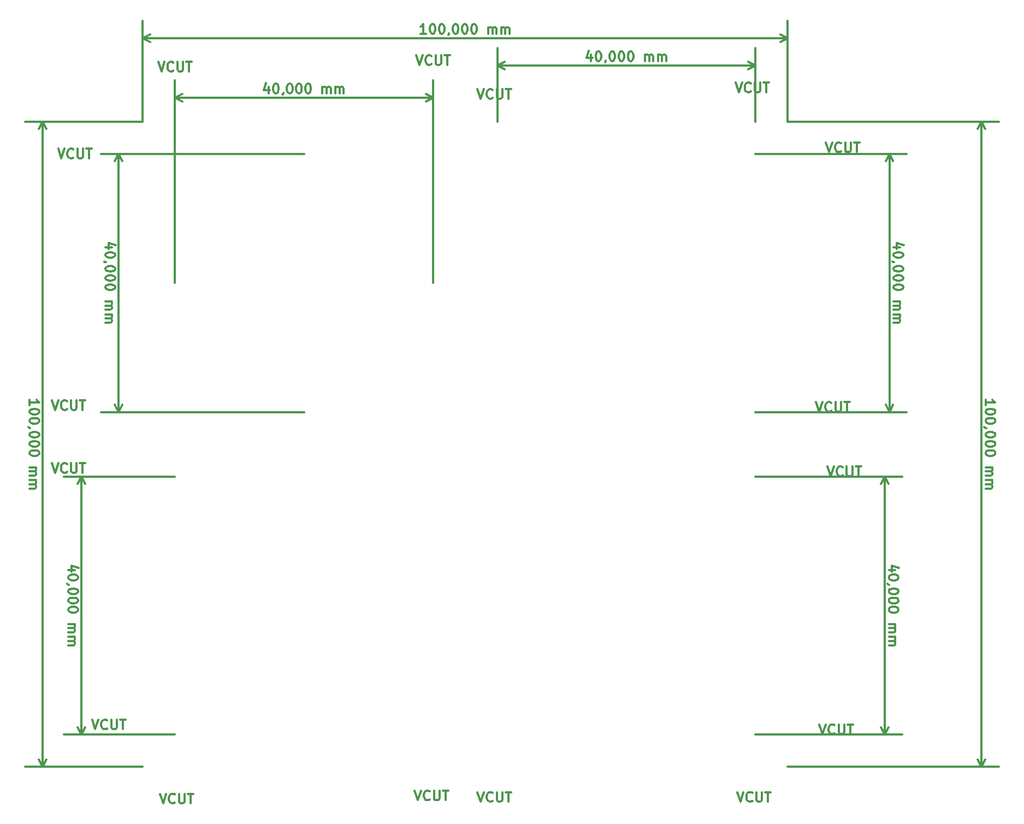
<source format=gbr>
G04 #@! TF.FileFunction,Other,Comment*
%FSLAX46Y46*%
G04 Gerber Fmt 4.6, Leading zero omitted, Abs format (unit mm)*
G04 Created by KiCad (PCBNEW 4.0.7) date 06/26/18 19:00:47*
%MOMM*%
%LPD*%
G01*
G04 APERTURE LIST*
%ADD10C,0.100000*%
%ADD11C,0.300000*%
G04 APERTURE END LIST*
D10*
D11*
X167392857Y-25178571D02*
X167892857Y-26678571D01*
X168392857Y-25178571D01*
X169750000Y-26535714D02*
X169678571Y-26607143D01*
X169464285Y-26678571D01*
X169321428Y-26678571D01*
X169107143Y-26607143D01*
X168964285Y-26464286D01*
X168892857Y-26321429D01*
X168821428Y-26035714D01*
X168821428Y-25821429D01*
X168892857Y-25535714D01*
X168964285Y-25392857D01*
X169107143Y-25250000D01*
X169321428Y-25178571D01*
X169464285Y-25178571D01*
X169678571Y-25250000D01*
X169750000Y-25321429D01*
X170392857Y-25178571D02*
X170392857Y-26392857D01*
X170464285Y-26535714D01*
X170535714Y-26607143D01*
X170678571Y-26678571D01*
X170964285Y-26678571D01*
X171107143Y-26607143D01*
X171178571Y-26535714D01*
X171250000Y-26392857D01*
X171250000Y-25178571D01*
X171750000Y-25178571D02*
X172607143Y-25178571D01*
X172178572Y-26678571D02*
X172178572Y-25178571D01*
X181392857Y-34428571D02*
X181892857Y-35928571D01*
X182392857Y-34428571D01*
X183750000Y-35785714D02*
X183678571Y-35857143D01*
X183464285Y-35928571D01*
X183321428Y-35928571D01*
X183107143Y-35857143D01*
X182964285Y-35714286D01*
X182892857Y-35571429D01*
X182821428Y-35285714D01*
X182821428Y-35071429D01*
X182892857Y-34785714D01*
X182964285Y-34642857D01*
X183107143Y-34500000D01*
X183321428Y-34428571D01*
X183464285Y-34428571D01*
X183678571Y-34500000D01*
X183750000Y-34571429D01*
X184392857Y-34428571D02*
X184392857Y-35642857D01*
X184464285Y-35785714D01*
X184535714Y-35857143D01*
X184678571Y-35928571D01*
X184964285Y-35928571D01*
X185107143Y-35857143D01*
X185178571Y-35785714D01*
X185250000Y-35642857D01*
X185250000Y-34428571D01*
X185750000Y-34428571D02*
X186607143Y-34428571D01*
X186178572Y-35928571D02*
X186178572Y-34428571D01*
X127392857Y-26178571D02*
X127892857Y-27678571D01*
X128392857Y-26178571D01*
X129750000Y-27535714D02*
X129678571Y-27607143D01*
X129464285Y-27678571D01*
X129321428Y-27678571D01*
X129107143Y-27607143D01*
X128964285Y-27464286D01*
X128892857Y-27321429D01*
X128821428Y-27035714D01*
X128821428Y-26821429D01*
X128892857Y-26535714D01*
X128964285Y-26392857D01*
X129107143Y-26250000D01*
X129321428Y-26178571D01*
X129464285Y-26178571D01*
X129678571Y-26250000D01*
X129750000Y-26321429D01*
X130392857Y-26178571D02*
X130392857Y-27392857D01*
X130464285Y-27535714D01*
X130535714Y-27607143D01*
X130678571Y-27678571D01*
X130964285Y-27678571D01*
X131107143Y-27607143D01*
X131178571Y-27535714D01*
X131250000Y-27392857D01*
X131250000Y-26178571D01*
X131750000Y-26178571D02*
X132607143Y-26178571D01*
X132178572Y-27678571D02*
X132178572Y-26178571D01*
X117892857Y-20928571D02*
X118392857Y-22428571D01*
X118892857Y-20928571D01*
X120250000Y-22285714D02*
X120178571Y-22357143D01*
X119964285Y-22428571D01*
X119821428Y-22428571D01*
X119607143Y-22357143D01*
X119464285Y-22214286D01*
X119392857Y-22071429D01*
X119321428Y-21785714D01*
X119321428Y-21571429D01*
X119392857Y-21285714D01*
X119464285Y-21142857D01*
X119607143Y-21000000D01*
X119821428Y-20928571D01*
X119964285Y-20928571D01*
X120178571Y-21000000D01*
X120250000Y-21071429D01*
X120892857Y-20928571D02*
X120892857Y-22142857D01*
X120964285Y-22285714D01*
X121035714Y-22357143D01*
X121178571Y-22428571D01*
X121464285Y-22428571D01*
X121607143Y-22357143D01*
X121678571Y-22285714D01*
X121750000Y-22142857D01*
X121750000Y-20928571D01*
X122250000Y-20928571D02*
X123107143Y-20928571D01*
X122678572Y-22428571D02*
X122678572Y-20928571D01*
X77892857Y-21928571D02*
X78392857Y-23428571D01*
X78892857Y-21928571D01*
X80250000Y-23285714D02*
X80178571Y-23357143D01*
X79964285Y-23428571D01*
X79821428Y-23428571D01*
X79607143Y-23357143D01*
X79464285Y-23214286D01*
X79392857Y-23071429D01*
X79321428Y-22785714D01*
X79321428Y-22571429D01*
X79392857Y-22285714D01*
X79464285Y-22142857D01*
X79607143Y-22000000D01*
X79821428Y-21928571D01*
X79964285Y-21928571D01*
X80178571Y-22000000D01*
X80250000Y-22071429D01*
X80892857Y-21928571D02*
X80892857Y-23142857D01*
X80964285Y-23285714D01*
X81035714Y-23357143D01*
X81178571Y-23428571D01*
X81464285Y-23428571D01*
X81607143Y-23357143D01*
X81678571Y-23285714D01*
X81750000Y-23142857D01*
X81750000Y-21928571D01*
X82250000Y-21928571D02*
X83107143Y-21928571D01*
X82678572Y-23428571D02*
X82678572Y-21928571D01*
X62392857Y-35428571D02*
X62892857Y-36928571D01*
X63392857Y-35428571D01*
X64750000Y-36785714D02*
X64678571Y-36857143D01*
X64464285Y-36928571D01*
X64321428Y-36928571D01*
X64107143Y-36857143D01*
X63964285Y-36714286D01*
X63892857Y-36571429D01*
X63821428Y-36285714D01*
X63821428Y-36071429D01*
X63892857Y-35785714D01*
X63964285Y-35642857D01*
X64107143Y-35500000D01*
X64321428Y-35428571D01*
X64464285Y-35428571D01*
X64678571Y-35500000D01*
X64750000Y-35571429D01*
X65392857Y-35428571D02*
X65392857Y-36642857D01*
X65464285Y-36785714D01*
X65535714Y-36857143D01*
X65678571Y-36928571D01*
X65964285Y-36928571D01*
X66107143Y-36857143D01*
X66178571Y-36785714D01*
X66250000Y-36642857D01*
X66250000Y-35428571D01*
X66750000Y-35428571D02*
X67607143Y-35428571D01*
X67178572Y-36928571D02*
X67178572Y-35428571D01*
X61392857Y-74428571D02*
X61892857Y-75928571D01*
X62392857Y-74428571D01*
X63750000Y-75785714D02*
X63678571Y-75857143D01*
X63464285Y-75928571D01*
X63321428Y-75928571D01*
X63107143Y-75857143D01*
X62964285Y-75714286D01*
X62892857Y-75571429D01*
X62821428Y-75285714D01*
X62821428Y-75071429D01*
X62892857Y-74785714D01*
X62964285Y-74642857D01*
X63107143Y-74500000D01*
X63321428Y-74428571D01*
X63464285Y-74428571D01*
X63678571Y-74500000D01*
X63750000Y-74571429D01*
X64392857Y-74428571D02*
X64392857Y-75642857D01*
X64464285Y-75785714D01*
X64535714Y-75857143D01*
X64678571Y-75928571D01*
X64964285Y-75928571D01*
X65107143Y-75857143D01*
X65178571Y-75785714D01*
X65250000Y-75642857D01*
X65250000Y-74428571D01*
X65750000Y-74428571D02*
X66607143Y-74428571D01*
X66178572Y-75928571D02*
X66178572Y-74428571D01*
X61392857Y-84178571D02*
X61892857Y-85678571D01*
X62392857Y-84178571D01*
X63750000Y-85535714D02*
X63678571Y-85607143D01*
X63464285Y-85678571D01*
X63321428Y-85678571D01*
X63107143Y-85607143D01*
X62964285Y-85464286D01*
X62892857Y-85321429D01*
X62821428Y-85035714D01*
X62821428Y-84821429D01*
X62892857Y-84535714D01*
X62964285Y-84392857D01*
X63107143Y-84250000D01*
X63321428Y-84178571D01*
X63464285Y-84178571D01*
X63678571Y-84250000D01*
X63750000Y-84321429D01*
X64392857Y-84178571D02*
X64392857Y-85392857D01*
X64464285Y-85535714D01*
X64535714Y-85607143D01*
X64678571Y-85678571D01*
X64964285Y-85678571D01*
X65107143Y-85607143D01*
X65178571Y-85535714D01*
X65250000Y-85392857D01*
X65250000Y-84178571D01*
X65750000Y-84178571D02*
X66607143Y-84178571D01*
X66178572Y-85678571D02*
X66178572Y-84178571D01*
X67642857Y-123928571D02*
X68142857Y-125428571D01*
X68642857Y-123928571D01*
X70000000Y-125285714D02*
X69928571Y-125357143D01*
X69714285Y-125428571D01*
X69571428Y-125428571D01*
X69357143Y-125357143D01*
X69214285Y-125214286D01*
X69142857Y-125071429D01*
X69071428Y-124785714D01*
X69071428Y-124571429D01*
X69142857Y-124285714D01*
X69214285Y-124142857D01*
X69357143Y-124000000D01*
X69571428Y-123928571D01*
X69714285Y-123928571D01*
X69928571Y-124000000D01*
X70000000Y-124071429D01*
X70642857Y-123928571D02*
X70642857Y-125142857D01*
X70714285Y-125285714D01*
X70785714Y-125357143D01*
X70928571Y-125428571D01*
X71214285Y-125428571D01*
X71357143Y-125357143D01*
X71428571Y-125285714D01*
X71500000Y-125142857D01*
X71500000Y-123928571D01*
X72000000Y-123928571D02*
X72857143Y-123928571D01*
X72428572Y-125428571D02*
X72428572Y-123928571D01*
X78142857Y-135428571D02*
X78642857Y-136928571D01*
X79142857Y-135428571D01*
X80500000Y-136785714D02*
X80428571Y-136857143D01*
X80214285Y-136928571D01*
X80071428Y-136928571D01*
X79857143Y-136857143D01*
X79714285Y-136714286D01*
X79642857Y-136571429D01*
X79571428Y-136285714D01*
X79571428Y-136071429D01*
X79642857Y-135785714D01*
X79714285Y-135642857D01*
X79857143Y-135500000D01*
X80071428Y-135428571D01*
X80214285Y-135428571D01*
X80428571Y-135500000D01*
X80500000Y-135571429D01*
X81142857Y-135428571D02*
X81142857Y-136642857D01*
X81214285Y-136785714D01*
X81285714Y-136857143D01*
X81428571Y-136928571D01*
X81714285Y-136928571D01*
X81857143Y-136857143D01*
X81928571Y-136785714D01*
X82000000Y-136642857D01*
X82000000Y-135428571D01*
X82500000Y-135428571D02*
X83357143Y-135428571D01*
X82928572Y-136928571D02*
X82928572Y-135428571D01*
X117642857Y-134928571D02*
X118142857Y-136428571D01*
X118642857Y-134928571D01*
X120000000Y-136285714D02*
X119928571Y-136357143D01*
X119714285Y-136428571D01*
X119571428Y-136428571D01*
X119357143Y-136357143D01*
X119214285Y-136214286D01*
X119142857Y-136071429D01*
X119071428Y-135785714D01*
X119071428Y-135571429D01*
X119142857Y-135285714D01*
X119214285Y-135142857D01*
X119357143Y-135000000D01*
X119571428Y-134928571D01*
X119714285Y-134928571D01*
X119928571Y-135000000D01*
X120000000Y-135071429D01*
X120642857Y-134928571D02*
X120642857Y-136142857D01*
X120714285Y-136285714D01*
X120785714Y-136357143D01*
X120928571Y-136428571D01*
X121214285Y-136428571D01*
X121357143Y-136357143D01*
X121428571Y-136285714D01*
X121500000Y-136142857D01*
X121500000Y-134928571D01*
X122000000Y-134928571D02*
X122857143Y-134928571D01*
X122428572Y-136428571D02*
X122428572Y-134928571D01*
X127392857Y-135178571D02*
X127892857Y-136678571D01*
X128392857Y-135178571D01*
X129750000Y-136535714D02*
X129678571Y-136607143D01*
X129464285Y-136678571D01*
X129321428Y-136678571D01*
X129107143Y-136607143D01*
X128964285Y-136464286D01*
X128892857Y-136321429D01*
X128821428Y-136035714D01*
X128821428Y-135821429D01*
X128892857Y-135535714D01*
X128964285Y-135392857D01*
X129107143Y-135250000D01*
X129321428Y-135178571D01*
X129464285Y-135178571D01*
X129678571Y-135250000D01*
X129750000Y-135321429D01*
X130392857Y-135178571D02*
X130392857Y-136392857D01*
X130464285Y-136535714D01*
X130535714Y-136607143D01*
X130678571Y-136678571D01*
X130964285Y-136678571D01*
X131107143Y-136607143D01*
X131178571Y-136535714D01*
X131250000Y-136392857D01*
X131250000Y-135178571D01*
X131750000Y-135178571D02*
X132607143Y-135178571D01*
X132178572Y-136678571D02*
X132178572Y-135178571D01*
X167642857Y-135178571D02*
X168142857Y-136678571D01*
X168642857Y-135178571D01*
X170000000Y-136535714D02*
X169928571Y-136607143D01*
X169714285Y-136678571D01*
X169571428Y-136678571D01*
X169357143Y-136607143D01*
X169214285Y-136464286D01*
X169142857Y-136321429D01*
X169071428Y-136035714D01*
X169071428Y-135821429D01*
X169142857Y-135535714D01*
X169214285Y-135392857D01*
X169357143Y-135250000D01*
X169571428Y-135178571D01*
X169714285Y-135178571D01*
X169928571Y-135250000D01*
X170000000Y-135321429D01*
X170642857Y-135178571D02*
X170642857Y-136392857D01*
X170714285Y-136535714D01*
X170785714Y-136607143D01*
X170928571Y-136678571D01*
X171214285Y-136678571D01*
X171357143Y-136607143D01*
X171428571Y-136535714D01*
X171500000Y-136392857D01*
X171500000Y-135178571D01*
X172000000Y-135178571D02*
X172857143Y-135178571D01*
X172428572Y-136678571D02*
X172428572Y-135178571D01*
X180392857Y-124678571D02*
X180892857Y-126178571D01*
X181392857Y-124678571D01*
X182750000Y-126035714D02*
X182678571Y-126107143D01*
X182464285Y-126178571D01*
X182321428Y-126178571D01*
X182107143Y-126107143D01*
X181964285Y-125964286D01*
X181892857Y-125821429D01*
X181821428Y-125535714D01*
X181821428Y-125321429D01*
X181892857Y-125035714D01*
X181964285Y-124892857D01*
X182107143Y-124750000D01*
X182321428Y-124678571D01*
X182464285Y-124678571D01*
X182678571Y-124750000D01*
X182750000Y-124821429D01*
X183392857Y-124678571D02*
X183392857Y-125892857D01*
X183464285Y-126035714D01*
X183535714Y-126107143D01*
X183678571Y-126178571D01*
X183964285Y-126178571D01*
X184107143Y-126107143D01*
X184178571Y-126035714D01*
X184250000Y-125892857D01*
X184250000Y-124678571D01*
X184750000Y-124678571D02*
X185607143Y-124678571D01*
X185178572Y-126178571D02*
X185178572Y-124678571D01*
X181642857Y-84678571D02*
X182142857Y-86178571D01*
X182642857Y-84678571D01*
X184000000Y-86035714D02*
X183928571Y-86107143D01*
X183714285Y-86178571D01*
X183571428Y-86178571D01*
X183357143Y-86107143D01*
X183214285Y-85964286D01*
X183142857Y-85821429D01*
X183071428Y-85535714D01*
X183071428Y-85321429D01*
X183142857Y-85035714D01*
X183214285Y-84892857D01*
X183357143Y-84750000D01*
X183571428Y-84678571D01*
X183714285Y-84678571D01*
X183928571Y-84750000D01*
X184000000Y-84821429D01*
X184642857Y-84678571D02*
X184642857Y-85892857D01*
X184714285Y-86035714D01*
X184785714Y-86107143D01*
X184928571Y-86178571D01*
X185214285Y-86178571D01*
X185357143Y-86107143D01*
X185428571Y-86035714D01*
X185500000Y-85892857D01*
X185500000Y-84678571D01*
X186000000Y-84678571D02*
X186857143Y-84678571D01*
X186428572Y-86178571D02*
X186428572Y-84678571D01*
X179892857Y-74678571D02*
X180392857Y-76178571D01*
X180892857Y-74678571D01*
X182250000Y-76035714D02*
X182178571Y-76107143D01*
X181964285Y-76178571D01*
X181821428Y-76178571D01*
X181607143Y-76107143D01*
X181464285Y-75964286D01*
X181392857Y-75821429D01*
X181321428Y-75535714D01*
X181321428Y-75321429D01*
X181392857Y-75035714D01*
X181464285Y-74892857D01*
X181607143Y-74750000D01*
X181821428Y-74678571D01*
X181964285Y-74678571D01*
X182178571Y-74750000D01*
X182250000Y-74821429D01*
X182892857Y-74678571D02*
X182892857Y-75892857D01*
X182964285Y-76035714D01*
X183035714Y-76107143D01*
X183178571Y-76178571D01*
X183464285Y-76178571D01*
X183607143Y-76107143D01*
X183678571Y-76035714D01*
X183750000Y-75892857D01*
X183750000Y-74678571D01*
X184250000Y-74678571D02*
X185107143Y-74678571D01*
X184678572Y-76178571D02*
X184678572Y-74678571D01*
X64971429Y-100750001D02*
X63971429Y-100750001D01*
X65542857Y-100392858D02*
X64471429Y-100035715D01*
X64471429Y-100964287D01*
X65471429Y-101821429D02*
X65471429Y-101964286D01*
X65400000Y-102107143D01*
X65328571Y-102178572D01*
X65185714Y-102250001D01*
X64900000Y-102321429D01*
X64542857Y-102321429D01*
X64257143Y-102250001D01*
X64114286Y-102178572D01*
X64042857Y-102107143D01*
X63971429Y-101964286D01*
X63971429Y-101821429D01*
X64042857Y-101678572D01*
X64114286Y-101607143D01*
X64257143Y-101535715D01*
X64542857Y-101464286D01*
X64900000Y-101464286D01*
X65185714Y-101535715D01*
X65328571Y-101607143D01*
X65400000Y-101678572D01*
X65471429Y-101821429D01*
X64042857Y-103035714D02*
X63971429Y-103035714D01*
X63828571Y-102964286D01*
X63757143Y-102892857D01*
X65471429Y-103964286D02*
X65471429Y-104107143D01*
X65400000Y-104250000D01*
X65328571Y-104321429D01*
X65185714Y-104392858D01*
X64900000Y-104464286D01*
X64542857Y-104464286D01*
X64257143Y-104392858D01*
X64114286Y-104321429D01*
X64042857Y-104250000D01*
X63971429Y-104107143D01*
X63971429Y-103964286D01*
X64042857Y-103821429D01*
X64114286Y-103750000D01*
X64257143Y-103678572D01*
X64542857Y-103607143D01*
X64900000Y-103607143D01*
X65185714Y-103678572D01*
X65328571Y-103750000D01*
X65400000Y-103821429D01*
X65471429Y-103964286D01*
X65471429Y-105392857D02*
X65471429Y-105535714D01*
X65400000Y-105678571D01*
X65328571Y-105750000D01*
X65185714Y-105821429D01*
X64900000Y-105892857D01*
X64542857Y-105892857D01*
X64257143Y-105821429D01*
X64114286Y-105750000D01*
X64042857Y-105678571D01*
X63971429Y-105535714D01*
X63971429Y-105392857D01*
X64042857Y-105250000D01*
X64114286Y-105178571D01*
X64257143Y-105107143D01*
X64542857Y-105035714D01*
X64900000Y-105035714D01*
X65185714Y-105107143D01*
X65328571Y-105178571D01*
X65400000Y-105250000D01*
X65471429Y-105392857D01*
X65471429Y-106821428D02*
X65471429Y-106964285D01*
X65400000Y-107107142D01*
X65328571Y-107178571D01*
X65185714Y-107250000D01*
X64900000Y-107321428D01*
X64542857Y-107321428D01*
X64257143Y-107250000D01*
X64114286Y-107178571D01*
X64042857Y-107107142D01*
X63971429Y-106964285D01*
X63971429Y-106821428D01*
X64042857Y-106678571D01*
X64114286Y-106607142D01*
X64257143Y-106535714D01*
X64542857Y-106464285D01*
X64900000Y-106464285D01*
X65185714Y-106535714D01*
X65328571Y-106607142D01*
X65400000Y-106678571D01*
X65471429Y-106821428D01*
X63971429Y-109107142D02*
X64971429Y-109107142D01*
X64828571Y-109107142D02*
X64900000Y-109178570D01*
X64971429Y-109321428D01*
X64971429Y-109535713D01*
X64900000Y-109678570D01*
X64757143Y-109749999D01*
X63971429Y-109749999D01*
X64757143Y-109749999D02*
X64900000Y-109821428D01*
X64971429Y-109964285D01*
X64971429Y-110178570D01*
X64900000Y-110321428D01*
X64757143Y-110392856D01*
X63971429Y-110392856D01*
X63971429Y-111107142D02*
X64971429Y-111107142D01*
X64828571Y-111107142D02*
X64900000Y-111178570D01*
X64971429Y-111321428D01*
X64971429Y-111535713D01*
X64900000Y-111678570D01*
X64757143Y-111749999D01*
X63971429Y-111749999D01*
X64757143Y-111749999D02*
X64900000Y-111821428D01*
X64971429Y-111964285D01*
X64971429Y-112178570D01*
X64900000Y-112321428D01*
X64757143Y-112392856D01*
X63971429Y-112392856D01*
X66000000Y-86250000D02*
X66000000Y-126250000D01*
X80500000Y-86250000D02*
X63300000Y-86250000D01*
X80500000Y-126250000D02*
X63300000Y-126250000D01*
X66000000Y-126250000D02*
X65413579Y-125123496D01*
X66000000Y-126250000D02*
X66586421Y-125123496D01*
X66000000Y-86250000D02*
X65413579Y-87376504D01*
X66000000Y-86250000D02*
X66586421Y-87376504D01*
X206171429Y-75178573D02*
X206171429Y-74321430D01*
X206171429Y-74750002D02*
X207671429Y-74750002D01*
X207457143Y-74607145D01*
X207314286Y-74464287D01*
X207242857Y-74321430D01*
X207671429Y-76107144D02*
X207671429Y-76250001D01*
X207600000Y-76392858D01*
X207528571Y-76464287D01*
X207385714Y-76535716D01*
X207100000Y-76607144D01*
X206742857Y-76607144D01*
X206457143Y-76535716D01*
X206314286Y-76464287D01*
X206242857Y-76392858D01*
X206171429Y-76250001D01*
X206171429Y-76107144D01*
X206242857Y-75964287D01*
X206314286Y-75892858D01*
X206457143Y-75821430D01*
X206742857Y-75750001D01*
X207100000Y-75750001D01*
X207385714Y-75821430D01*
X207528571Y-75892858D01*
X207600000Y-75964287D01*
X207671429Y-76107144D01*
X207671429Y-77535715D02*
X207671429Y-77678572D01*
X207600000Y-77821429D01*
X207528571Y-77892858D01*
X207385714Y-77964287D01*
X207100000Y-78035715D01*
X206742857Y-78035715D01*
X206457143Y-77964287D01*
X206314286Y-77892858D01*
X206242857Y-77821429D01*
X206171429Y-77678572D01*
X206171429Y-77535715D01*
X206242857Y-77392858D01*
X206314286Y-77321429D01*
X206457143Y-77250001D01*
X206742857Y-77178572D01*
X207100000Y-77178572D01*
X207385714Y-77250001D01*
X207528571Y-77321429D01*
X207600000Y-77392858D01*
X207671429Y-77535715D01*
X206242857Y-78750000D02*
X206171429Y-78750000D01*
X206028571Y-78678572D01*
X205957143Y-78607143D01*
X207671429Y-79678572D02*
X207671429Y-79821429D01*
X207600000Y-79964286D01*
X207528571Y-80035715D01*
X207385714Y-80107144D01*
X207100000Y-80178572D01*
X206742857Y-80178572D01*
X206457143Y-80107144D01*
X206314286Y-80035715D01*
X206242857Y-79964286D01*
X206171429Y-79821429D01*
X206171429Y-79678572D01*
X206242857Y-79535715D01*
X206314286Y-79464286D01*
X206457143Y-79392858D01*
X206742857Y-79321429D01*
X207100000Y-79321429D01*
X207385714Y-79392858D01*
X207528571Y-79464286D01*
X207600000Y-79535715D01*
X207671429Y-79678572D01*
X207671429Y-81107143D02*
X207671429Y-81250000D01*
X207600000Y-81392857D01*
X207528571Y-81464286D01*
X207385714Y-81535715D01*
X207100000Y-81607143D01*
X206742857Y-81607143D01*
X206457143Y-81535715D01*
X206314286Y-81464286D01*
X206242857Y-81392857D01*
X206171429Y-81250000D01*
X206171429Y-81107143D01*
X206242857Y-80964286D01*
X206314286Y-80892857D01*
X206457143Y-80821429D01*
X206742857Y-80750000D01*
X207100000Y-80750000D01*
X207385714Y-80821429D01*
X207528571Y-80892857D01*
X207600000Y-80964286D01*
X207671429Y-81107143D01*
X207671429Y-82535714D02*
X207671429Y-82678571D01*
X207600000Y-82821428D01*
X207528571Y-82892857D01*
X207385714Y-82964286D01*
X207100000Y-83035714D01*
X206742857Y-83035714D01*
X206457143Y-82964286D01*
X206314286Y-82892857D01*
X206242857Y-82821428D01*
X206171429Y-82678571D01*
X206171429Y-82535714D01*
X206242857Y-82392857D01*
X206314286Y-82321428D01*
X206457143Y-82250000D01*
X206742857Y-82178571D01*
X207100000Y-82178571D01*
X207385714Y-82250000D01*
X207528571Y-82321428D01*
X207600000Y-82392857D01*
X207671429Y-82535714D01*
X206171429Y-84821428D02*
X207171429Y-84821428D01*
X207028571Y-84821428D02*
X207100000Y-84892856D01*
X207171429Y-85035714D01*
X207171429Y-85249999D01*
X207100000Y-85392856D01*
X206957143Y-85464285D01*
X206171429Y-85464285D01*
X206957143Y-85464285D02*
X207100000Y-85535714D01*
X207171429Y-85678571D01*
X207171429Y-85892856D01*
X207100000Y-86035714D01*
X206957143Y-86107142D01*
X206171429Y-86107142D01*
X206171429Y-86821428D02*
X207171429Y-86821428D01*
X207028571Y-86821428D02*
X207100000Y-86892856D01*
X207171429Y-87035714D01*
X207171429Y-87249999D01*
X207100000Y-87392856D01*
X206957143Y-87464285D01*
X206171429Y-87464285D01*
X206957143Y-87464285D02*
X207100000Y-87535714D01*
X207171429Y-87678571D01*
X207171429Y-87892856D01*
X207100000Y-88035714D01*
X206957143Y-88107142D01*
X206171429Y-88107142D01*
X205500000Y-31250000D02*
X205500000Y-131250000D01*
X175500000Y-31250000D02*
X208200000Y-31250000D01*
X175500000Y-131250000D02*
X208200000Y-131250000D01*
X205500000Y-131250000D02*
X204913579Y-130123496D01*
X205500000Y-131250000D02*
X206086421Y-130123496D01*
X205500000Y-31250000D02*
X204913579Y-32376504D01*
X205500000Y-31250000D02*
X206086421Y-32376504D01*
X192171429Y-100750001D02*
X191171429Y-100750001D01*
X192742857Y-100392858D02*
X191671429Y-100035715D01*
X191671429Y-100964287D01*
X192671429Y-101821429D02*
X192671429Y-101964286D01*
X192600000Y-102107143D01*
X192528571Y-102178572D01*
X192385714Y-102250001D01*
X192100000Y-102321429D01*
X191742857Y-102321429D01*
X191457143Y-102250001D01*
X191314286Y-102178572D01*
X191242857Y-102107143D01*
X191171429Y-101964286D01*
X191171429Y-101821429D01*
X191242857Y-101678572D01*
X191314286Y-101607143D01*
X191457143Y-101535715D01*
X191742857Y-101464286D01*
X192100000Y-101464286D01*
X192385714Y-101535715D01*
X192528571Y-101607143D01*
X192600000Y-101678572D01*
X192671429Y-101821429D01*
X191242857Y-103035714D02*
X191171429Y-103035714D01*
X191028571Y-102964286D01*
X190957143Y-102892857D01*
X192671429Y-103964286D02*
X192671429Y-104107143D01*
X192600000Y-104250000D01*
X192528571Y-104321429D01*
X192385714Y-104392858D01*
X192100000Y-104464286D01*
X191742857Y-104464286D01*
X191457143Y-104392858D01*
X191314286Y-104321429D01*
X191242857Y-104250000D01*
X191171429Y-104107143D01*
X191171429Y-103964286D01*
X191242857Y-103821429D01*
X191314286Y-103750000D01*
X191457143Y-103678572D01*
X191742857Y-103607143D01*
X192100000Y-103607143D01*
X192385714Y-103678572D01*
X192528571Y-103750000D01*
X192600000Y-103821429D01*
X192671429Y-103964286D01*
X192671429Y-105392857D02*
X192671429Y-105535714D01*
X192600000Y-105678571D01*
X192528571Y-105750000D01*
X192385714Y-105821429D01*
X192100000Y-105892857D01*
X191742857Y-105892857D01*
X191457143Y-105821429D01*
X191314286Y-105750000D01*
X191242857Y-105678571D01*
X191171429Y-105535714D01*
X191171429Y-105392857D01*
X191242857Y-105250000D01*
X191314286Y-105178571D01*
X191457143Y-105107143D01*
X191742857Y-105035714D01*
X192100000Y-105035714D01*
X192385714Y-105107143D01*
X192528571Y-105178571D01*
X192600000Y-105250000D01*
X192671429Y-105392857D01*
X192671429Y-106821428D02*
X192671429Y-106964285D01*
X192600000Y-107107142D01*
X192528571Y-107178571D01*
X192385714Y-107250000D01*
X192100000Y-107321428D01*
X191742857Y-107321428D01*
X191457143Y-107250000D01*
X191314286Y-107178571D01*
X191242857Y-107107142D01*
X191171429Y-106964285D01*
X191171429Y-106821428D01*
X191242857Y-106678571D01*
X191314286Y-106607142D01*
X191457143Y-106535714D01*
X191742857Y-106464285D01*
X192100000Y-106464285D01*
X192385714Y-106535714D01*
X192528571Y-106607142D01*
X192600000Y-106678571D01*
X192671429Y-106821428D01*
X191171429Y-109107142D02*
X192171429Y-109107142D01*
X192028571Y-109107142D02*
X192100000Y-109178570D01*
X192171429Y-109321428D01*
X192171429Y-109535713D01*
X192100000Y-109678570D01*
X191957143Y-109749999D01*
X191171429Y-109749999D01*
X191957143Y-109749999D02*
X192100000Y-109821428D01*
X192171429Y-109964285D01*
X192171429Y-110178570D01*
X192100000Y-110321428D01*
X191957143Y-110392856D01*
X191171429Y-110392856D01*
X191171429Y-111107142D02*
X192171429Y-111107142D01*
X192028571Y-111107142D02*
X192100000Y-111178570D01*
X192171429Y-111321428D01*
X192171429Y-111535713D01*
X192100000Y-111678570D01*
X191957143Y-111749999D01*
X191171429Y-111749999D01*
X191957143Y-111749999D02*
X192100000Y-111821428D01*
X192171429Y-111964285D01*
X192171429Y-112178570D01*
X192100000Y-112321428D01*
X191957143Y-112392856D01*
X191171429Y-112392856D01*
X190500000Y-86250000D02*
X190500000Y-126250000D01*
X170500000Y-86250000D02*
X193200000Y-86250000D01*
X170500000Y-126250000D02*
X193200000Y-126250000D01*
X190500000Y-126250000D02*
X189913579Y-125123496D01*
X190500000Y-126250000D02*
X191086421Y-125123496D01*
X190500000Y-86250000D02*
X189913579Y-87376504D01*
X190500000Y-86250000D02*
X191086421Y-87376504D01*
X192921429Y-50750001D02*
X191921429Y-50750001D01*
X193492857Y-50392858D02*
X192421429Y-50035715D01*
X192421429Y-50964287D01*
X193421429Y-51821429D02*
X193421429Y-51964286D01*
X193350000Y-52107143D01*
X193278571Y-52178572D01*
X193135714Y-52250001D01*
X192850000Y-52321429D01*
X192492857Y-52321429D01*
X192207143Y-52250001D01*
X192064286Y-52178572D01*
X191992857Y-52107143D01*
X191921429Y-51964286D01*
X191921429Y-51821429D01*
X191992857Y-51678572D01*
X192064286Y-51607143D01*
X192207143Y-51535715D01*
X192492857Y-51464286D01*
X192850000Y-51464286D01*
X193135714Y-51535715D01*
X193278571Y-51607143D01*
X193350000Y-51678572D01*
X193421429Y-51821429D01*
X191992857Y-53035714D02*
X191921429Y-53035714D01*
X191778571Y-52964286D01*
X191707143Y-52892857D01*
X193421429Y-53964286D02*
X193421429Y-54107143D01*
X193350000Y-54250000D01*
X193278571Y-54321429D01*
X193135714Y-54392858D01*
X192850000Y-54464286D01*
X192492857Y-54464286D01*
X192207143Y-54392858D01*
X192064286Y-54321429D01*
X191992857Y-54250000D01*
X191921429Y-54107143D01*
X191921429Y-53964286D01*
X191992857Y-53821429D01*
X192064286Y-53750000D01*
X192207143Y-53678572D01*
X192492857Y-53607143D01*
X192850000Y-53607143D01*
X193135714Y-53678572D01*
X193278571Y-53750000D01*
X193350000Y-53821429D01*
X193421429Y-53964286D01*
X193421429Y-55392857D02*
X193421429Y-55535714D01*
X193350000Y-55678571D01*
X193278571Y-55750000D01*
X193135714Y-55821429D01*
X192850000Y-55892857D01*
X192492857Y-55892857D01*
X192207143Y-55821429D01*
X192064286Y-55750000D01*
X191992857Y-55678571D01*
X191921429Y-55535714D01*
X191921429Y-55392857D01*
X191992857Y-55250000D01*
X192064286Y-55178571D01*
X192207143Y-55107143D01*
X192492857Y-55035714D01*
X192850000Y-55035714D01*
X193135714Y-55107143D01*
X193278571Y-55178571D01*
X193350000Y-55250000D01*
X193421429Y-55392857D01*
X193421429Y-56821428D02*
X193421429Y-56964285D01*
X193350000Y-57107142D01*
X193278571Y-57178571D01*
X193135714Y-57250000D01*
X192850000Y-57321428D01*
X192492857Y-57321428D01*
X192207143Y-57250000D01*
X192064286Y-57178571D01*
X191992857Y-57107142D01*
X191921429Y-56964285D01*
X191921429Y-56821428D01*
X191992857Y-56678571D01*
X192064286Y-56607142D01*
X192207143Y-56535714D01*
X192492857Y-56464285D01*
X192850000Y-56464285D01*
X193135714Y-56535714D01*
X193278571Y-56607142D01*
X193350000Y-56678571D01*
X193421429Y-56821428D01*
X191921429Y-59107142D02*
X192921429Y-59107142D01*
X192778571Y-59107142D02*
X192850000Y-59178570D01*
X192921429Y-59321428D01*
X192921429Y-59535713D01*
X192850000Y-59678570D01*
X192707143Y-59749999D01*
X191921429Y-59749999D01*
X192707143Y-59749999D02*
X192850000Y-59821428D01*
X192921429Y-59964285D01*
X192921429Y-60178570D01*
X192850000Y-60321428D01*
X192707143Y-60392856D01*
X191921429Y-60392856D01*
X191921429Y-61107142D02*
X192921429Y-61107142D01*
X192778571Y-61107142D02*
X192850000Y-61178570D01*
X192921429Y-61321428D01*
X192921429Y-61535713D01*
X192850000Y-61678570D01*
X192707143Y-61749999D01*
X191921429Y-61749999D01*
X192707143Y-61749999D02*
X192850000Y-61821428D01*
X192921429Y-61964285D01*
X192921429Y-62178570D01*
X192850000Y-62321428D01*
X192707143Y-62392856D01*
X191921429Y-62392856D01*
X191250000Y-36250000D02*
X191250000Y-76250000D01*
X170500000Y-36250000D02*
X193950000Y-36250000D01*
X170500000Y-76250000D02*
X193950000Y-76250000D01*
X191250000Y-76250000D02*
X190663579Y-75123496D01*
X191250000Y-76250000D02*
X191836421Y-75123496D01*
X191250000Y-36250000D02*
X190663579Y-37376504D01*
X191250000Y-36250000D02*
X191836421Y-37376504D01*
X145000001Y-20828571D02*
X145000001Y-21828571D01*
X144642858Y-20257143D02*
X144285715Y-21328571D01*
X145214287Y-21328571D01*
X146071429Y-20328571D02*
X146214286Y-20328571D01*
X146357143Y-20400000D01*
X146428572Y-20471429D01*
X146500001Y-20614286D01*
X146571429Y-20900000D01*
X146571429Y-21257143D01*
X146500001Y-21542857D01*
X146428572Y-21685714D01*
X146357143Y-21757143D01*
X146214286Y-21828571D01*
X146071429Y-21828571D01*
X145928572Y-21757143D01*
X145857143Y-21685714D01*
X145785715Y-21542857D01*
X145714286Y-21257143D01*
X145714286Y-20900000D01*
X145785715Y-20614286D01*
X145857143Y-20471429D01*
X145928572Y-20400000D01*
X146071429Y-20328571D01*
X147285714Y-21757143D02*
X147285714Y-21828571D01*
X147214286Y-21971429D01*
X147142857Y-22042857D01*
X148214286Y-20328571D02*
X148357143Y-20328571D01*
X148500000Y-20400000D01*
X148571429Y-20471429D01*
X148642858Y-20614286D01*
X148714286Y-20900000D01*
X148714286Y-21257143D01*
X148642858Y-21542857D01*
X148571429Y-21685714D01*
X148500000Y-21757143D01*
X148357143Y-21828571D01*
X148214286Y-21828571D01*
X148071429Y-21757143D01*
X148000000Y-21685714D01*
X147928572Y-21542857D01*
X147857143Y-21257143D01*
X147857143Y-20900000D01*
X147928572Y-20614286D01*
X148000000Y-20471429D01*
X148071429Y-20400000D01*
X148214286Y-20328571D01*
X149642857Y-20328571D02*
X149785714Y-20328571D01*
X149928571Y-20400000D01*
X150000000Y-20471429D01*
X150071429Y-20614286D01*
X150142857Y-20900000D01*
X150142857Y-21257143D01*
X150071429Y-21542857D01*
X150000000Y-21685714D01*
X149928571Y-21757143D01*
X149785714Y-21828571D01*
X149642857Y-21828571D01*
X149500000Y-21757143D01*
X149428571Y-21685714D01*
X149357143Y-21542857D01*
X149285714Y-21257143D01*
X149285714Y-20900000D01*
X149357143Y-20614286D01*
X149428571Y-20471429D01*
X149500000Y-20400000D01*
X149642857Y-20328571D01*
X151071428Y-20328571D02*
X151214285Y-20328571D01*
X151357142Y-20400000D01*
X151428571Y-20471429D01*
X151500000Y-20614286D01*
X151571428Y-20900000D01*
X151571428Y-21257143D01*
X151500000Y-21542857D01*
X151428571Y-21685714D01*
X151357142Y-21757143D01*
X151214285Y-21828571D01*
X151071428Y-21828571D01*
X150928571Y-21757143D01*
X150857142Y-21685714D01*
X150785714Y-21542857D01*
X150714285Y-21257143D01*
X150714285Y-20900000D01*
X150785714Y-20614286D01*
X150857142Y-20471429D01*
X150928571Y-20400000D01*
X151071428Y-20328571D01*
X153357142Y-21828571D02*
X153357142Y-20828571D01*
X153357142Y-20971429D02*
X153428570Y-20900000D01*
X153571428Y-20828571D01*
X153785713Y-20828571D01*
X153928570Y-20900000D01*
X153999999Y-21042857D01*
X153999999Y-21828571D01*
X153999999Y-21042857D02*
X154071428Y-20900000D01*
X154214285Y-20828571D01*
X154428570Y-20828571D01*
X154571428Y-20900000D01*
X154642856Y-21042857D01*
X154642856Y-21828571D01*
X155357142Y-21828571D02*
X155357142Y-20828571D01*
X155357142Y-20971429D02*
X155428570Y-20900000D01*
X155571428Y-20828571D01*
X155785713Y-20828571D01*
X155928570Y-20900000D01*
X155999999Y-21042857D01*
X155999999Y-21828571D01*
X155999999Y-21042857D02*
X156071428Y-20900000D01*
X156214285Y-20828571D01*
X156428570Y-20828571D01*
X156571428Y-20900000D01*
X156642856Y-21042857D01*
X156642856Y-21828571D01*
X130500000Y-22500000D02*
X170500000Y-22500000D01*
X130500000Y-31250000D02*
X130500000Y-19800000D01*
X170500000Y-31250000D02*
X170500000Y-19800000D01*
X170500000Y-22500000D02*
X169373496Y-23086421D01*
X170500000Y-22500000D02*
X169373496Y-21913579D01*
X130500000Y-22500000D02*
X131626504Y-23086421D01*
X130500000Y-22500000D02*
X131626504Y-21913579D01*
X119428573Y-17578571D02*
X118571430Y-17578571D01*
X119000002Y-17578571D02*
X119000002Y-16078571D01*
X118857145Y-16292857D01*
X118714287Y-16435714D01*
X118571430Y-16507143D01*
X120357144Y-16078571D02*
X120500001Y-16078571D01*
X120642858Y-16150000D01*
X120714287Y-16221429D01*
X120785716Y-16364286D01*
X120857144Y-16650000D01*
X120857144Y-17007143D01*
X120785716Y-17292857D01*
X120714287Y-17435714D01*
X120642858Y-17507143D01*
X120500001Y-17578571D01*
X120357144Y-17578571D01*
X120214287Y-17507143D01*
X120142858Y-17435714D01*
X120071430Y-17292857D01*
X120000001Y-17007143D01*
X120000001Y-16650000D01*
X120071430Y-16364286D01*
X120142858Y-16221429D01*
X120214287Y-16150000D01*
X120357144Y-16078571D01*
X121785715Y-16078571D02*
X121928572Y-16078571D01*
X122071429Y-16150000D01*
X122142858Y-16221429D01*
X122214287Y-16364286D01*
X122285715Y-16650000D01*
X122285715Y-17007143D01*
X122214287Y-17292857D01*
X122142858Y-17435714D01*
X122071429Y-17507143D01*
X121928572Y-17578571D01*
X121785715Y-17578571D01*
X121642858Y-17507143D01*
X121571429Y-17435714D01*
X121500001Y-17292857D01*
X121428572Y-17007143D01*
X121428572Y-16650000D01*
X121500001Y-16364286D01*
X121571429Y-16221429D01*
X121642858Y-16150000D01*
X121785715Y-16078571D01*
X123000000Y-17507143D02*
X123000000Y-17578571D01*
X122928572Y-17721429D01*
X122857143Y-17792857D01*
X123928572Y-16078571D02*
X124071429Y-16078571D01*
X124214286Y-16150000D01*
X124285715Y-16221429D01*
X124357144Y-16364286D01*
X124428572Y-16650000D01*
X124428572Y-17007143D01*
X124357144Y-17292857D01*
X124285715Y-17435714D01*
X124214286Y-17507143D01*
X124071429Y-17578571D01*
X123928572Y-17578571D01*
X123785715Y-17507143D01*
X123714286Y-17435714D01*
X123642858Y-17292857D01*
X123571429Y-17007143D01*
X123571429Y-16650000D01*
X123642858Y-16364286D01*
X123714286Y-16221429D01*
X123785715Y-16150000D01*
X123928572Y-16078571D01*
X125357143Y-16078571D02*
X125500000Y-16078571D01*
X125642857Y-16150000D01*
X125714286Y-16221429D01*
X125785715Y-16364286D01*
X125857143Y-16650000D01*
X125857143Y-17007143D01*
X125785715Y-17292857D01*
X125714286Y-17435714D01*
X125642857Y-17507143D01*
X125500000Y-17578571D01*
X125357143Y-17578571D01*
X125214286Y-17507143D01*
X125142857Y-17435714D01*
X125071429Y-17292857D01*
X125000000Y-17007143D01*
X125000000Y-16650000D01*
X125071429Y-16364286D01*
X125142857Y-16221429D01*
X125214286Y-16150000D01*
X125357143Y-16078571D01*
X126785714Y-16078571D02*
X126928571Y-16078571D01*
X127071428Y-16150000D01*
X127142857Y-16221429D01*
X127214286Y-16364286D01*
X127285714Y-16650000D01*
X127285714Y-17007143D01*
X127214286Y-17292857D01*
X127142857Y-17435714D01*
X127071428Y-17507143D01*
X126928571Y-17578571D01*
X126785714Y-17578571D01*
X126642857Y-17507143D01*
X126571428Y-17435714D01*
X126500000Y-17292857D01*
X126428571Y-17007143D01*
X126428571Y-16650000D01*
X126500000Y-16364286D01*
X126571428Y-16221429D01*
X126642857Y-16150000D01*
X126785714Y-16078571D01*
X129071428Y-17578571D02*
X129071428Y-16578571D01*
X129071428Y-16721429D02*
X129142856Y-16650000D01*
X129285714Y-16578571D01*
X129499999Y-16578571D01*
X129642856Y-16650000D01*
X129714285Y-16792857D01*
X129714285Y-17578571D01*
X129714285Y-16792857D02*
X129785714Y-16650000D01*
X129928571Y-16578571D01*
X130142856Y-16578571D01*
X130285714Y-16650000D01*
X130357142Y-16792857D01*
X130357142Y-17578571D01*
X131071428Y-17578571D02*
X131071428Y-16578571D01*
X131071428Y-16721429D02*
X131142856Y-16650000D01*
X131285714Y-16578571D01*
X131499999Y-16578571D01*
X131642856Y-16650000D01*
X131714285Y-16792857D01*
X131714285Y-17578571D01*
X131714285Y-16792857D02*
X131785714Y-16650000D01*
X131928571Y-16578571D01*
X132142856Y-16578571D01*
X132285714Y-16650000D01*
X132357142Y-16792857D01*
X132357142Y-17578571D01*
X75500000Y-18250000D02*
X175500000Y-18250000D01*
X75500000Y-31250000D02*
X75500000Y-15550000D01*
X175500000Y-31250000D02*
X175500000Y-15550000D01*
X175500000Y-18250000D02*
X174373496Y-18836421D01*
X175500000Y-18250000D02*
X174373496Y-17663579D01*
X75500000Y-18250000D02*
X76626504Y-18836421D01*
X75500000Y-18250000D02*
X76626504Y-17663579D01*
X70721429Y-50750001D02*
X69721429Y-50750001D01*
X71292857Y-50392858D02*
X70221429Y-50035715D01*
X70221429Y-50964287D01*
X71221429Y-51821429D02*
X71221429Y-51964286D01*
X71150000Y-52107143D01*
X71078571Y-52178572D01*
X70935714Y-52250001D01*
X70650000Y-52321429D01*
X70292857Y-52321429D01*
X70007143Y-52250001D01*
X69864286Y-52178572D01*
X69792857Y-52107143D01*
X69721429Y-51964286D01*
X69721429Y-51821429D01*
X69792857Y-51678572D01*
X69864286Y-51607143D01*
X70007143Y-51535715D01*
X70292857Y-51464286D01*
X70650000Y-51464286D01*
X70935714Y-51535715D01*
X71078571Y-51607143D01*
X71150000Y-51678572D01*
X71221429Y-51821429D01*
X69792857Y-53035714D02*
X69721429Y-53035714D01*
X69578571Y-52964286D01*
X69507143Y-52892857D01*
X71221429Y-53964286D02*
X71221429Y-54107143D01*
X71150000Y-54250000D01*
X71078571Y-54321429D01*
X70935714Y-54392858D01*
X70650000Y-54464286D01*
X70292857Y-54464286D01*
X70007143Y-54392858D01*
X69864286Y-54321429D01*
X69792857Y-54250000D01*
X69721429Y-54107143D01*
X69721429Y-53964286D01*
X69792857Y-53821429D01*
X69864286Y-53750000D01*
X70007143Y-53678572D01*
X70292857Y-53607143D01*
X70650000Y-53607143D01*
X70935714Y-53678572D01*
X71078571Y-53750000D01*
X71150000Y-53821429D01*
X71221429Y-53964286D01*
X71221429Y-55392857D02*
X71221429Y-55535714D01*
X71150000Y-55678571D01*
X71078571Y-55750000D01*
X70935714Y-55821429D01*
X70650000Y-55892857D01*
X70292857Y-55892857D01*
X70007143Y-55821429D01*
X69864286Y-55750000D01*
X69792857Y-55678571D01*
X69721429Y-55535714D01*
X69721429Y-55392857D01*
X69792857Y-55250000D01*
X69864286Y-55178571D01*
X70007143Y-55107143D01*
X70292857Y-55035714D01*
X70650000Y-55035714D01*
X70935714Y-55107143D01*
X71078571Y-55178571D01*
X71150000Y-55250000D01*
X71221429Y-55392857D01*
X71221429Y-56821428D02*
X71221429Y-56964285D01*
X71150000Y-57107142D01*
X71078571Y-57178571D01*
X70935714Y-57250000D01*
X70650000Y-57321428D01*
X70292857Y-57321428D01*
X70007143Y-57250000D01*
X69864286Y-57178571D01*
X69792857Y-57107142D01*
X69721429Y-56964285D01*
X69721429Y-56821428D01*
X69792857Y-56678571D01*
X69864286Y-56607142D01*
X70007143Y-56535714D01*
X70292857Y-56464285D01*
X70650000Y-56464285D01*
X70935714Y-56535714D01*
X71078571Y-56607142D01*
X71150000Y-56678571D01*
X71221429Y-56821428D01*
X69721429Y-59107142D02*
X70721429Y-59107142D01*
X70578571Y-59107142D02*
X70650000Y-59178570D01*
X70721429Y-59321428D01*
X70721429Y-59535713D01*
X70650000Y-59678570D01*
X70507143Y-59749999D01*
X69721429Y-59749999D01*
X70507143Y-59749999D02*
X70650000Y-59821428D01*
X70721429Y-59964285D01*
X70721429Y-60178570D01*
X70650000Y-60321428D01*
X70507143Y-60392856D01*
X69721429Y-60392856D01*
X69721429Y-61107142D02*
X70721429Y-61107142D01*
X70578571Y-61107142D02*
X70650000Y-61178570D01*
X70721429Y-61321428D01*
X70721429Y-61535713D01*
X70650000Y-61678570D01*
X70507143Y-61749999D01*
X69721429Y-61749999D01*
X70507143Y-61749999D02*
X70650000Y-61821428D01*
X70721429Y-61964285D01*
X70721429Y-62178570D01*
X70650000Y-62321428D01*
X70507143Y-62392856D01*
X69721429Y-62392856D01*
X71750000Y-36250000D02*
X71750000Y-76250000D01*
X100500000Y-36250000D02*
X69050000Y-36250000D01*
X100500000Y-76250000D02*
X69050000Y-76250000D01*
X71750000Y-76250000D02*
X71163579Y-75123496D01*
X71750000Y-76250000D02*
X72336421Y-75123496D01*
X71750000Y-36250000D02*
X71163579Y-37376504D01*
X71750000Y-36250000D02*
X72336421Y-37376504D01*
X95000001Y-25828571D02*
X95000001Y-26828571D01*
X94642858Y-25257143D02*
X94285715Y-26328571D01*
X95214287Y-26328571D01*
X96071429Y-25328571D02*
X96214286Y-25328571D01*
X96357143Y-25400000D01*
X96428572Y-25471429D01*
X96500001Y-25614286D01*
X96571429Y-25900000D01*
X96571429Y-26257143D01*
X96500001Y-26542857D01*
X96428572Y-26685714D01*
X96357143Y-26757143D01*
X96214286Y-26828571D01*
X96071429Y-26828571D01*
X95928572Y-26757143D01*
X95857143Y-26685714D01*
X95785715Y-26542857D01*
X95714286Y-26257143D01*
X95714286Y-25900000D01*
X95785715Y-25614286D01*
X95857143Y-25471429D01*
X95928572Y-25400000D01*
X96071429Y-25328571D01*
X97285714Y-26757143D02*
X97285714Y-26828571D01*
X97214286Y-26971429D01*
X97142857Y-27042857D01*
X98214286Y-25328571D02*
X98357143Y-25328571D01*
X98500000Y-25400000D01*
X98571429Y-25471429D01*
X98642858Y-25614286D01*
X98714286Y-25900000D01*
X98714286Y-26257143D01*
X98642858Y-26542857D01*
X98571429Y-26685714D01*
X98500000Y-26757143D01*
X98357143Y-26828571D01*
X98214286Y-26828571D01*
X98071429Y-26757143D01*
X98000000Y-26685714D01*
X97928572Y-26542857D01*
X97857143Y-26257143D01*
X97857143Y-25900000D01*
X97928572Y-25614286D01*
X98000000Y-25471429D01*
X98071429Y-25400000D01*
X98214286Y-25328571D01*
X99642857Y-25328571D02*
X99785714Y-25328571D01*
X99928571Y-25400000D01*
X100000000Y-25471429D01*
X100071429Y-25614286D01*
X100142857Y-25900000D01*
X100142857Y-26257143D01*
X100071429Y-26542857D01*
X100000000Y-26685714D01*
X99928571Y-26757143D01*
X99785714Y-26828571D01*
X99642857Y-26828571D01*
X99500000Y-26757143D01*
X99428571Y-26685714D01*
X99357143Y-26542857D01*
X99285714Y-26257143D01*
X99285714Y-25900000D01*
X99357143Y-25614286D01*
X99428571Y-25471429D01*
X99500000Y-25400000D01*
X99642857Y-25328571D01*
X101071428Y-25328571D02*
X101214285Y-25328571D01*
X101357142Y-25400000D01*
X101428571Y-25471429D01*
X101500000Y-25614286D01*
X101571428Y-25900000D01*
X101571428Y-26257143D01*
X101500000Y-26542857D01*
X101428571Y-26685714D01*
X101357142Y-26757143D01*
X101214285Y-26828571D01*
X101071428Y-26828571D01*
X100928571Y-26757143D01*
X100857142Y-26685714D01*
X100785714Y-26542857D01*
X100714285Y-26257143D01*
X100714285Y-25900000D01*
X100785714Y-25614286D01*
X100857142Y-25471429D01*
X100928571Y-25400000D01*
X101071428Y-25328571D01*
X103357142Y-26828571D02*
X103357142Y-25828571D01*
X103357142Y-25971429D02*
X103428570Y-25900000D01*
X103571428Y-25828571D01*
X103785713Y-25828571D01*
X103928570Y-25900000D01*
X103999999Y-26042857D01*
X103999999Y-26828571D01*
X103999999Y-26042857D02*
X104071428Y-25900000D01*
X104214285Y-25828571D01*
X104428570Y-25828571D01*
X104571428Y-25900000D01*
X104642856Y-26042857D01*
X104642856Y-26828571D01*
X105357142Y-26828571D02*
X105357142Y-25828571D01*
X105357142Y-25971429D02*
X105428570Y-25900000D01*
X105571428Y-25828571D01*
X105785713Y-25828571D01*
X105928570Y-25900000D01*
X105999999Y-26042857D01*
X105999999Y-26828571D01*
X105999999Y-26042857D02*
X106071428Y-25900000D01*
X106214285Y-25828571D01*
X106428570Y-25828571D01*
X106571428Y-25900000D01*
X106642856Y-26042857D01*
X106642856Y-26828571D01*
X120500000Y-27500000D02*
X80500000Y-27500000D01*
X120500000Y-56250000D02*
X120500000Y-24800000D01*
X80500000Y-56250000D02*
X80500000Y-24800000D01*
X80500000Y-27500000D02*
X81626504Y-26913579D01*
X80500000Y-27500000D02*
X81626504Y-28086421D01*
X120500000Y-27500000D02*
X119373496Y-26913579D01*
X120500000Y-27500000D02*
X119373496Y-28086421D01*
X57971430Y-75178573D02*
X57971430Y-74321430D01*
X57971430Y-74750002D02*
X59471430Y-74750002D01*
X59257144Y-74607145D01*
X59114287Y-74464287D01*
X59042858Y-74321430D01*
X59471430Y-76107144D02*
X59471430Y-76250001D01*
X59400001Y-76392858D01*
X59328572Y-76464287D01*
X59185715Y-76535716D01*
X58900001Y-76607144D01*
X58542858Y-76607144D01*
X58257144Y-76535716D01*
X58114287Y-76464287D01*
X58042858Y-76392858D01*
X57971430Y-76250001D01*
X57971430Y-76107144D01*
X58042858Y-75964287D01*
X58114287Y-75892858D01*
X58257144Y-75821430D01*
X58542858Y-75750001D01*
X58900001Y-75750001D01*
X59185715Y-75821430D01*
X59328572Y-75892858D01*
X59400001Y-75964287D01*
X59471430Y-76107144D01*
X59471430Y-77535715D02*
X59471430Y-77678572D01*
X59400001Y-77821429D01*
X59328572Y-77892858D01*
X59185715Y-77964287D01*
X58900001Y-78035715D01*
X58542858Y-78035715D01*
X58257144Y-77964287D01*
X58114287Y-77892858D01*
X58042858Y-77821429D01*
X57971430Y-77678572D01*
X57971430Y-77535715D01*
X58042858Y-77392858D01*
X58114287Y-77321429D01*
X58257144Y-77250001D01*
X58542858Y-77178572D01*
X58900001Y-77178572D01*
X59185715Y-77250001D01*
X59328572Y-77321429D01*
X59400001Y-77392858D01*
X59471430Y-77535715D01*
X58042858Y-78750000D02*
X57971430Y-78750000D01*
X57828572Y-78678572D01*
X57757144Y-78607143D01*
X59471430Y-79678572D02*
X59471430Y-79821429D01*
X59400001Y-79964286D01*
X59328572Y-80035715D01*
X59185715Y-80107144D01*
X58900001Y-80178572D01*
X58542858Y-80178572D01*
X58257144Y-80107144D01*
X58114287Y-80035715D01*
X58042858Y-79964286D01*
X57971430Y-79821429D01*
X57971430Y-79678572D01*
X58042858Y-79535715D01*
X58114287Y-79464286D01*
X58257144Y-79392858D01*
X58542858Y-79321429D01*
X58900001Y-79321429D01*
X59185715Y-79392858D01*
X59328572Y-79464286D01*
X59400001Y-79535715D01*
X59471430Y-79678572D01*
X59471430Y-81107143D02*
X59471430Y-81250000D01*
X59400001Y-81392857D01*
X59328572Y-81464286D01*
X59185715Y-81535715D01*
X58900001Y-81607143D01*
X58542858Y-81607143D01*
X58257144Y-81535715D01*
X58114287Y-81464286D01*
X58042858Y-81392857D01*
X57971430Y-81250000D01*
X57971430Y-81107143D01*
X58042858Y-80964286D01*
X58114287Y-80892857D01*
X58257144Y-80821429D01*
X58542858Y-80750000D01*
X58900001Y-80750000D01*
X59185715Y-80821429D01*
X59328572Y-80892857D01*
X59400001Y-80964286D01*
X59471430Y-81107143D01*
X59471430Y-82535714D02*
X59471430Y-82678571D01*
X59400001Y-82821428D01*
X59328572Y-82892857D01*
X59185715Y-82964286D01*
X58900001Y-83035714D01*
X58542858Y-83035714D01*
X58257144Y-82964286D01*
X58114287Y-82892857D01*
X58042858Y-82821428D01*
X57971430Y-82678571D01*
X57971430Y-82535714D01*
X58042858Y-82392857D01*
X58114287Y-82321428D01*
X58257144Y-82250000D01*
X58542858Y-82178571D01*
X58900001Y-82178571D01*
X59185715Y-82250000D01*
X59328572Y-82321428D01*
X59400001Y-82392857D01*
X59471430Y-82535714D01*
X57971430Y-84821428D02*
X58971430Y-84821428D01*
X58828572Y-84821428D02*
X58900001Y-84892856D01*
X58971430Y-85035714D01*
X58971430Y-85249999D01*
X58900001Y-85392856D01*
X58757144Y-85464285D01*
X57971430Y-85464285D01*
X58757144Y-85464285D02*
X58900001Y-85535714D01*
X58971430Y-85678571D01*
X58971430Y-85892856D01*
X58900001Y-86035714D01*
X58757144Y-86107142D01*
X57971430Y-86107142D01*
X57971430Y-86821428D02*
X58971430Y-86821428D01*
X58828572Y-86821428D02*
X58900001Y-86892856D01*
X58971430Y-87035714D01*
X58971430Y-87249999D01*
X58900001Y-87392856D01*
X58757144Y-87464285D01*
X57971430Y-87464285D01*
X58757144Y-87464285D02*
X58900001Y-87535714D01*
X58971430Y-87678571D01*
X58971430Y-87892856D01*
X58900001Y-88035714D01*
X58757144Y-88107142D01*
X57971430Y-88107142D01*
X60000001Y-31250000D02*
X60000001Y-131250000D01*
X75500000Y-31250000D02*
X57300001Y-31250000D01*
X75500000Y-131250000D02*
X57300001Y-131250000D01*
X60000001Y-131250000D02*
X59413580Y-130123496D01*
X60000001Y-131250000D02*
X60586422Y-130123496D01*
X60000001Y-31250000D02*
X59413580Y-32376504D01*
X60000001Y-31250000D02*
X60586422Y-32376504D01*
M02*

</source>
